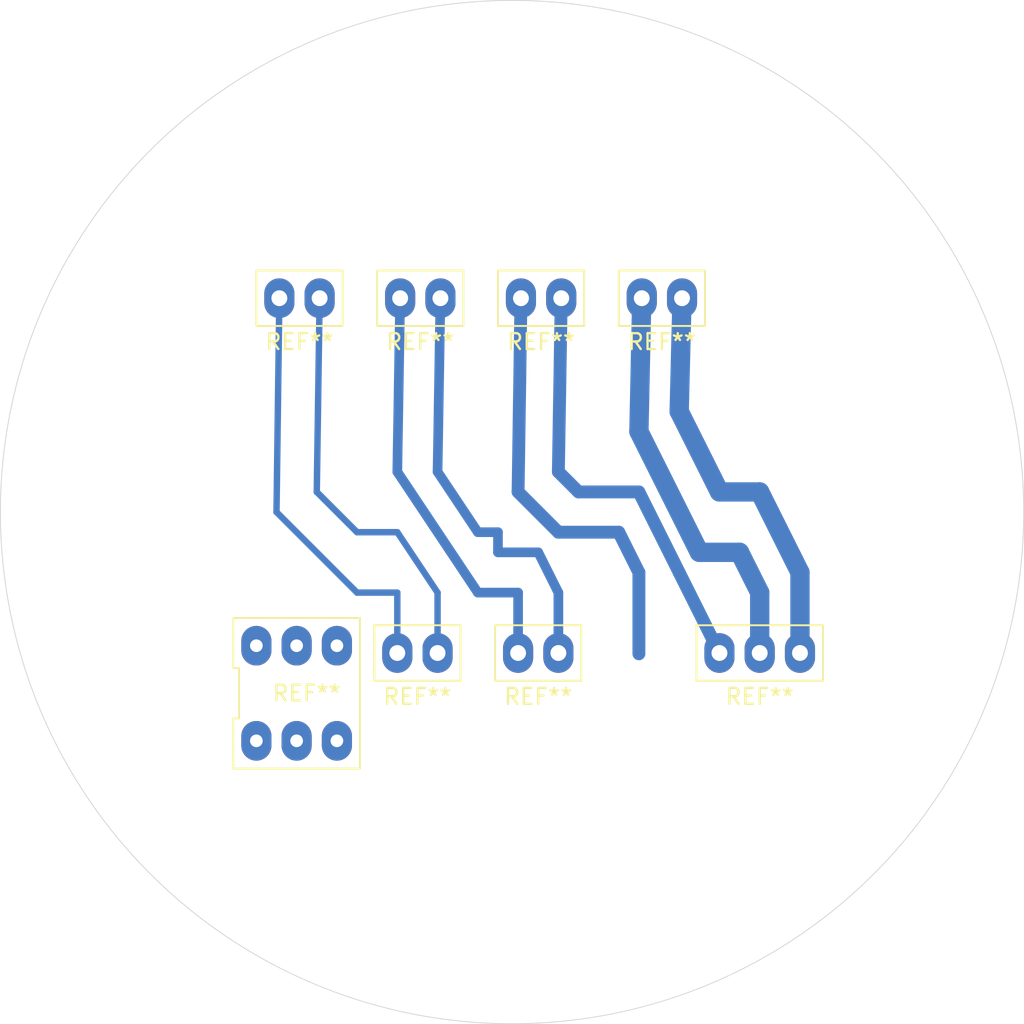
<source format=kicad_pcb>
(kicad_pcb (version 20171130) (host pcbnew "(5.1.7-0-10_14)")

  (general
    (thickness 1.6)
    (drawings 4)
    (tracks 40)
    (zones 0)
    (modules 8)
    (nets 1)
  )

  (page User 150.012 150.012)
  (layers
    (0 Top_Copper jumper)
    (31 Btm_Copper signal)
    (37 F.SilkS user hide)
    (40 Dwgs.User user)
    (41 Cmts.User user hide)
    (42 Eco1.User user hide)
    (43 Eco2.User user hide)
    (44 Edge.Cuts user)
    (45 Margin user hide)
    (46 B.CrtYd user hide)
    (47 F.CrtYd user hide)
  )

  (setup
    (last_trace_width 0.813)
    (user_trace_width 0.2032)
    (user_trace_width 0.3048)
    (user_trace_width 0.4064)
    (user_trace_width 0.6096)
    (user_trace_width 0.8128)
    (user_trace_width 1.2192)
    (trace_clearance 0.2)
    (zone_clearance 0.508)
    (zone_45_only no)
    (trace_min 0.2)
    (via_size 1)
    (via_drill 0.8)
    (via_min_size 0.8)
    (via_min_drill 0.8)
    (uvia_size 0.3)
    (uvia_drill 0.1)
    (uvias_allowed no)
    (uvia_min_size 0.2)
    (uvia_min_drill 0.1)
    (edge_width 0.05)
    (segment_width 0.2)
    (pcb_text_width 0.4)
    (pcb_text_size 3 3)
    (mod_edge_width 0.12)
    (mod_text_size 1 1)
    (mod_text_width 0.15)
    (pad_size 1.524 1.524)
    (pad_drill 0.762)
    (pad_to_mask_clearance 0.051)
    (solder_mask_min_width 0.25)
    (aux_axis_origin 0.254 -0.127)
    (visible_elements FFFFFF7F)
    (pcbplotparams
      (layerselection 0x01020_fffffffe)
      (usegerberextensions false)
      (usegerberattributes false)
      (usegerberadvancedattributes false)
      (creategerberjobfile false)
      (excludeedgelayer true)
      (linewidth 0.100000)
      (plotframeref false)
      (viasonmask false)
      (mode 1)
      (useauxorigin true)
      (hpglpennumber 1)
      (hpglpenspeed 20)
      (hpglpendiameter 15.000000)
      (psnegative false)
      (psa4output false)
      (plotreference true)
      (plotvalue true)
      (plotinvisibletext false)
      (padsonsilk false)
      (subtractmaskfromsilk false)
      (outputformat 1)
      (mirror false)
      (drillshape 0)
      (scaleselection 1)
      (outputdirectory "out/"))
  )

  (net 0 "")

  (net_class Default "This is the default net class."
    (clearance 0.2)
    (trace_width 0.813)
    (via_dia 1)
    (via_drill 0.8)
    (uvia_dia 0.3)
    (uvia_drill 0.1)
  )

  (module •My_Footprints:SIP-2 (layer Top_Copper) (tedit 5E0BA116) (tstamp 5E23E88D)
    (at 60.96 67.31)
    (fp_text reference REF** (at 0 2.75) (layer F.SilkS)
      (effects (font (size 1 1) (thickness 0.15)))
    )
    (fp_text value SIP-2 (at 0 -2.75) (layer F.Fab)
      (effects (font (size 1 1) (thickness 0.15)))
    )
    (fp_line (start -2.72 -1.75) (end 2.72 -1.75) (layer F.SilkS) (width 0.12))
    (fp_line (start 2.72 -1.75) (end 2.72 1.75) (layer F.SilkS) (width 0.12))
    (fp_line (start 2.72 1.75) (end -2.72 1.75) (layer F.SilkS) (width 0.12))
    (fp_line (start -2.72 1.75) (end -2.72 -1.75) (layer F.SilkS) (width 0.12))
    (fp_line (start -2.47 -1.5) (end 2.47 -1.5) (layer F.CrtYd) (width 0.05))
    (fp_line (start 2.47 -1.5) (end 2.47 1.5) (layer F.CrtYd) (width 0.05))
    (fp_line (start 2.47 1.5) (end -2.47 1.5) (layer F.CrtYd) (width 0.05))
    (fp_line (start -2.47 1.5) (end -2.47 -1.5) (layer F.CrtYd) (width 0.05))
    (pad 2 thru_hole oval (at 1.27 0) (size 1.9 2.5) (drill 1) (layers *.Cu *.Mask))
    (pad 1 thru_hole oval (at -1.27 0) (size 1.9 2.5) (drill 1) (layers *.Cu *.Mask))
  )

  (module •My_Footprints:SIP-2 (layer Top_Copper) (tedit 5E0BA116) (tstamp 5E23E84B)
    (at 53.34 67.31)
    (fp_text reference REF** (at 0 2.75) (layer F.SilkS)
      (effects (font (size 1 1) (thickness 0.15)))
    )
    (fp_text value SIP-2 (at 0 -2.75) (layer F.Fab)
      (effects (font (size 1 1) (thickness 0.15)))
    )
    (fp_line (start -2.72 -1.75) (end 2.72 -1.75) (layer F.SilkS) (width 0.12))
    (fp_line (start 2.72 -1.75) (end 2.72 1.75) (layer F.SilkS) (width 0.12))
    (fp_line (start 2.72 1.75) (end -2.72 1.75) (layer F.SilkS) (width 0.12))
    (fp_line (start -2.72 1.75) (end -2.72 -1.75) (layer F.SilkS) (width 0.12))
    (fp_line (start -2.47 -1.5) (end 2.47 -1.5) (layer F.CrtYd) (width 0.05))
    (fp_line (start 2.47 -1.5) (end 2.47 1.5) (layer F.CrtYd) (width 0.05))
    (fp_line (start 2.47 1.5) (end -2.47 1.5) (layer F.CrtYd) (width 0.05))
    (fp_line (start -2.47 1.5) (end -2.47 -1.5) (layer F.CrtYd) (width 0.05))
    (pad 2 thru_hole oval (at 1.27 0) (size 1.9 2.5) (drill 1) (layers *.Cu *.Mask))
    (pad 1 thru_hole oval (at -1.27 0) (size 1.9 2.5) (drill 1) (layers *.Cu *.Mask))
  )

  (module •My_Footprints:SIP-3 (layer Top_Copper) (tedit 5E0BA15A) (tstamp 5E23E7BE)
    (at 74.93 67.31)
    (fp_text reference REF** (at 0 2.75) (layer F.SilkS)
      (effects (font (size 1 1) (thickness 0.15)))
    )
    (fp_text value SIP-3 (at 0 -2.75) (layer F.Fab)
      (effects (font (size 1 1) (thickness 0.15)))
    )
    (fp_line (start -3.99 -1.75) (end 3.99 -1.75) (layer F.SilkS) (width 0.12))
    (fp_line (start 3.99 -1.75) (end 3.99 1.75) (layer F.SilkS) (width 0.12))
    (fp_line (start 3.99 1.75) (end -3.99 1.75) (layer F.SilkS) (width 0.12))
    (fp_line (start -3.99 1.75) (end -3.99 -1.75) (layer F.SilkS) (width 0.12))
    (fp_line (start -3.74 -1.5) (end 3.74 -1.5) (layer F.CrtYd) (width 0.05))
    (fp_line (start 3.74 -1.5) (end 3.74 1.5) (layer F.CrtYd) (width 0.05))
    (fp_line (start 3.74 1.5) (end -3.74 1.5) (layer F.CrtYd) (width 0.05))
    (fp_line (start -3.74 1.5) (end -3.74 -1.5) (layer F.CrtYd) (width 0.05))
    (pad 3 thru_hole oval (at 2.54 0) (size 1.9 2.5) (drill 1) (layers *.Cu *.Mask))
    (pad 2 thru_hole oval (at 0 0) (size 1.9 2.5) (drill 1) (layers *.Cu *.Mask))
    (pad 1 thru_hole oval (at -2.54 0) (size 1.9 2.5) (drill 1) (layers *.Cu *.Mask))
  )

  (module •My_Footprints:SW_DPDT_XLX (layer Top_Copper) (tedit 5E0CD44B) (tstamp 5E224F0B)
    (at 45.72 69.85)
    (fp_text reference REF** (at 0.635 0 180) (layer F.SilkS)
      (effects (font (size 1 1) (thickness 0.15)))
    )
    (fp_text value SW_DPDT_XLX (at 0 -6.985) (layer F.Fab)
      (effects (font (size 1 1) (thickness 0.15)))
    )
    (fp_line (start -3.99 4.75) (end 3.989999 4.75) (layer F.SilkS) (width 0.12))
    (fp_line (start 3.989999 4.75) (end 3.99 -4.75) (layer F.SilkS) (width 0.12))
    (fp_line (start 3.99 -4.75) (end -3.989999 -4.75) (layer F.SilkS) (width 0.12))
    (fp_line (start -3.989999 -4.75) (end -3.99 -1.583333) (layer F.SilkS) (width 0.12))
    (fp_line (start -3.99 -1.583333) (end -3.63 -1.583333) (layer F.SilkS) (width 0.12))
    (fp_line (start -3.63 -1.583333) (end -3.63 1.583333) (layer F.SilkS) (width 0.12))
    (fp_line (start -3.63 1.583333) (end -3.99 1.583333) (layer F.SilkS) (width 0.12))
    (fp_line (start -3.99 1.583333) (end -3.99 4.75) (layer F.SilkS) (width 0.12))
    (fp_line (start -3.74 -4.5) (end 3.74 -4.5) (layer F.CrtYd) (width 0.05))
    (fp_line (start 3.74 -4.5) (end 3.74 4.5) (layer F.CrtYd) (width 0.05))
    (fp_line (start 3.74 4.5) (end -3.74 4.5) (layer F.CrtYd) (width 0.05))
    (fp_line (start -3.74 4.5) (end -3.74 -4.5) (layer F.CrtYd) (width 0.05))
    (pad 3 thru_hole oval (at 2.54 3) (size 1.9 2.5) (drill 0.8) (layers *.Cu *.Mask))
    (pad 4 thru_hole oval (at 2.54 -3) (size 1.9 2.5) (drill 0.8) (layers *.Cu *.Mask))
    (pad 2 thru_hole oval (at 0 3) (size 1.9 2.5) (drill 0.8) (layers *.Cu *.Mask))
    (pad 5 thru_hole oval (at 0 -3) (size 1.9 2.5) (drill 0.8) (layers *.Cu *.Mask))
    (pad 1 thru_hole oval (at -2.54 3) (size 1.9 2.5) (drill 0.8) (layers *.Cu *.Mask))
    (pad 6 thru_hole oval (at -2.54 -3) (size 1.9 2.5) (drill 0.8) (layers *.Cu *.Mask))
  )

  (module •My_Footprints:SIP-2 (layer Top_Copper) (tedit 5E0BA116) (tstamp 5E224D09)
    (at 45.9 44.93)
    (fp_text reference REF** (at 0 2.75) (layer F.SilkS)
      (effects (font (size 1 1) (thickness 0.15)))
    )
    (fp_text value SIP-2 (at 0 -2.75) (layer F.Fab)
      (effects (font (size 1 1) (thickness 0.15)))
    )
    (fp_line (start -2.47 1.5) (end -2.47 -1.5) (layer F.CrtYd) (width 0.05))
    (fp_line (start 2.47 1.5) (end -2.47 1.5) (layer F.CrtYd) (width 0.05))
    (fp_line (start 2.47 -1.5) (end 2.47 1.5) (layer F.CrtYd) (width 0.05))
    (fp_line (start -2.47 -1.5) (end 2.47 -1.5) (layer F.CrtYd) (width 0.05))
    (fp_line (start -2.72 1.75) (end -2.72 -1.75) (layer F.SilkS) (width 0.12))
    (fp_line (start 2.72 1.75) (end -2.72 1.75) (layer F.SilkS) (width 0.12))
    (fp_line (start 2.72 -1.75) (end 2.72 1.75) (layer F.SilkS) (width 0.12))
    (fp_line (start -2.72 -1.75) (end 2.72 -1.75) (layer F.SilkS) (width 0.12))
    (pad 1 thru_hole oval (at -1.27 0) (size 1.9 2.5) (drill 1) (layers *.Cu *.Mask))
    (pad 2 thru_hole oval (at 1.27 0) (size 1.9 2.5) (drill 1) (layers *.Cu *.Mask))
  )

  (module •My_Footprints:SIP-2 (layer Top_Copper) (tedit 5E0BA116) (tstamp 5E224D09)
    (at 68.76 44.93)
    (fp_text reference REF** (at 0 2.75) (layer F.SilkS)
      (effects (font (size 1 1) (thickness 0.15)))
    )
    (fp_text value SIP-2 (at 0 -2.75) (layer F.Fab)
      (effects (font (size 1 1) (thickness 0.15)))
    )
    (fp_line (start -2.47 1.5) (end -2.47 -1.5) (layer F.CrtYd) (width 0.05))
    (fp_line (start 2.47 1.5) (end -2.47 1.5) (layer F.CrtYd) (width 0.05))
    (fp_line (start 2.47 -1.5) (end 2.47 1.5) (layer F.CrtYd) (width 0.05))
    (fp_line (start -2.47 -1.5) (end 2.47 -1.5) (layer F.CrtYd) (width 0.05))
    (fp_line (start -2.72 1.75) (end -2.72 -1.75) (layer F.SilkS) (width 0.12))
    (fp_line (start 2.72 1.75) (end -2.72 1.75) (layer F.SilkS) (width 0.12))
    (fp_line (start 2.72 -1.75) (end 2.72 1.75) (layer F.SilkS) (width 0.12))
    (fp_line (start -2.72 -1.75) (end 2.72 -1.75) (layer F.SilkS) (width 0.12))
    (pad 1 thru_hole oval (at -1.27 0) (size 1.9 2.5) (drill 1) (layers *.Cu *.Mask))
    (pad 2 thru_hole oval (at 1.27 0) (size 1.9 2.5) (drill 1) (layers *.Cu *.Mask))
  )

  (module •My_Footprints:SIP-2 (layer Top_Copper) (tedit 5E0BA116) (tstamp 5E224D09)
    (at 61.14 44.93)
    (fp_text reference REF** (at 0 2.75) (layer F.SilkS)
      (effects (font (size 1 1) (thickness 0.15)))
    )
    (fp_text value SIP-2 (at 0 -2.75) (layer F.Fab)
      (effects (font (size 1 1) (thickness 0.15)))
    )
    (fp_line (start -2.47 1.5) (end -2.47 -1.5) (layer F.CrtYd) (width 0.05))
    (fp_line (start 2.47 1.5) (end -2.47 1.5) (layer F.CrtYd) (width 0.05))
    (fp_line (start 2.47 -1.5) (end 2.47 1.5) (layer F.CrtYd) (width 0.05))
    (fp_line (start -2.47 -1.5) (end 2.47 -1.5) (layer F.CrtYd) (width 0.05))
    (fp_line (start -2.72 1.75) (end -2.72 -1.75) (layer F.SilkS) (width 0.12))
    (fp_line (start 2.72 1.75) (end -2.72 1.75) (layer F.SilkS) (width 0.12))
    (fp_line (start 2.72 -1.75) (end 2.72 1.75) (layer F.SilkS) (width 0.12))
    (fp_line (start -2.72 -1.75) (end 2.72 -1.75) (layer F.SilkS) (width 0.12))
    (pad 1 thru_hole oval (at -1.27 0) (size 1.9 2.5) (drill 1) (layers *.Cu *.Mask))
    (pad 2 thru_hole oval (at 1.27 0) (size 1.9 2.5) (drill 1) (layers *.Cu *.Mask))
  )

  (module •My_Footprints:SIP-2 (layer Top_Copper) (tedit 5E0BA116) (tstamp 5E224D09)
    (at 53.52 44.93)
    (fp_text reference REF** (at 0 2.75) (layer F.SilkS)
      (effects (font (size 1 1) (thickness 0.15)))
    )
    (fp_text value SIP-2 (at 0 -2.75) (layer F.Fab)
      (effects (font (size 1 1) (thickness 0.15)))
    )
    (fp_line (start -2.47 1.5) (end -2.47 -1.5) (layer F.CrtYd) (width 0.05))
    (fp_line (start 2.47 1.5) (end -2.47 1.5) (layer F.CrtYd) (width 0.05))
    (fp_line (start 2.47 -1.5) (end 2.47 1.5) (layer F.CrtYd) (width 0.05))
    (fp_line (start -2.47 -1.5) (end 2.47 -1.5) (layer F.CrtYd) (width 0.05))
    (fp_line (start -2.72 1.75) (end -2.72 -1.75) (layer F.SilkS) (width 0.12))
    (fp_line (start 2.72 1.75) (end -2.72 1.75) (layer F.SilkS) (width 0.12))
    (fp_line (start 2.72 -1.75) (end 2.72 1.75) (layer F.SilkS) (width 0.12))
    (fp_line (start -2.72 -1.75) (end 2.72 -1.75) (layer F.SilkS) (width 0.12))
    (pad 1 thru_hole oval (at -1.27 0) (size 1.9 2.5) (drill 1) (layers *.Cu *.Mask))
    (pad 2 thru_hole oval (at 1.27 0) (size 1.9 2.5) (drill 1) (layers *.Cu *.Mask))
  )

  (gr_circle (center 59.309 58.42) (end 81.026 82.296) (layer Edge.Cuts) (width 0.05))
  (dimension 5.08 (width 0.15) (layer Eco2.User)
    (gr_text "5.080 mm" (at 39.37 77.44) (layer Eco2.User)
      (effects (font (size 1 1) (thickness 0.15)))
    )
    (feature1 (pts (xy 41.91 80.01) (xy 41.91 78.153579)))
    (feature2 (pts (xy 36.83 80.01) (xy 36.83 78.153579)))
    (crossbar (pts (xy 36.83 78.74) (xy 41.91 78.74)))
    (arrow1a (pts (xy 41.91 78.74) (xy 40.783496 79.326421)))
    (arrow1b (pts (xy 41.91 78.74) (xy 40.783496 78.153579)))
    (arrow2a (pts (xy 36.83 78.74) (xy 37.956504 79.326421)))
    (arrow2b (pts (xy 36.83 78.74) (xy 37.956504 78.153579)))
  )
  (dimension 36.83 (width 0.15) (layer Eco2.User)
    (gr_text "36.830 mm" (at 38.070001 56.515 270) (layer Eco2.User)
      (effects (font (size 1 1) (thickness 0.15)))
    )
    (feature1 (pts (xy 40.64 74.93) (xy 38.78358 74.93)))
    (feature2 (pts (xy 40.64 38.1) (xy 38.78358 38.1)))
    (crossbar (pts (xy 39.370001 38.1) (xy 39.370001 74.93)))
    (arrow1a (pts (xy 39.370001 74.93) (xy 38.78358 73.803496)))
    (arrow1b (pts (xy 39.370001 74.93) (xy 39.956422 73.803496)))
    (arrow2a (pts (xy 39.370001 38.1) (xy 38.78358 39.226504)))
    (arrow2b (pts (xy 39.370001 38.1) (xy 39.956422 39.226504)))
  )
  (dimension 36.837739 (width 0.15) (layer Eco2.User)
    (gr_text "36.838 mm" (at 60.197502 78.651982 0.3670368552) (layer Eco2.User)
      (effects (font (size 1 1) (thickness 0.15)))
    )
    (feature1 (pts (xy 78.566983 70.883385) (xy 78.611422 77.820427)))
    (feature2 (pts (xy 41.73 71.119366) (xy 41.774439 78.056408)))
    (crossbar (pts (xy 41.770683 77.47) (xy 78.607666 77.234019)))
    (arrow1a (pts (xy 78.607666 77.234019) (xy 77.484942 77.827644)))
    (arrow1b (pts (xy 78.607666 77.234019) (xy 77.477429 76.654827)))
    (arrow2a (pts (xy 41.770683 77.47) (xy 42.90092 78.049192)))
    (arrow2b (pts (xy 41.770683 77.47) (xy 42.893407 76.876375)))
  )

  (segment (start 44.63 44.93) (end 44.45 58.42) (width 0.4064) (layer Btm_Copper) (net 0))
  (segment (start 44.45 58.42) (end 49.53 63.5) (width 0.4064) (layer Btm_Copper) (net 0))
  (segment (start 49.53 63.5) (end 52.07 63.5) (width 0.4064) (layer Btm_Copper) (net 0))
  (segment (start 47.17 44.93) (end 46.99 57.15) (width 0.4064) (layer Btm_Copper) (net 0))
  (segment (start 46.99 57.15) (end 49.53 59.69) (width 0.4064) (layer Btm_Copper) (net 0))
  (segment (start 49.53 59.69) (end 52.07 59.69) (width 0.4064) (layer Btm_Copper) (net 0))
  (segment (start 52.07 59.69) (end 54.61 63.5) (width 0.4064) (layer Btm_Copper) (net 0))
  (segment (start 52.25 44.93) (end 52.07 55.88) (width 0.6096) (layer Btm_Copper) (net 0))
  (segment (start 52.07 55.88) (end 57.15 63.5) (width 0.6096) (layer Btm_Copper) (net 0))
  (segment (start 57.15 63.5) (end 59.69 63.5) (width 0.6096) (layer Btm_Copper) (net 0))
  (segment (start 54.79 44.93) (end 54.61 55.88) (width 0.6096) (layer Btm_Copper) (net 0))
  (segment (start 54.61 55.88) (end 57.15 59.69) (width 0.6096) (layer Btm_Copper) (net 0))
  (segment (start 57.15 59.69) (end 58.42 59.69) (width 0.6096) (layer Btm_Copper) (net 0))
  (segment (start 58.42 59.69) (end 58.42 60.96) (width 0.6096) (layer Btm_Copper) (net 0))
  (segment (start 58.42 60.96) (end 60.96 60.96) (width 0.6096) (layer Btm_Copper) (net 0))
  (segment (start 60.96 60.96) (end 62.23 63.5) (width 0.6096) (layer Btm_Copper) (net 0))
  (segment (start 59.87 44.93) (end 59.69 57.15) (width 0.8128) (layer Btm_Copper) (net 0))
  (segment (start 59.69 57.15) (end 62.23 59.69) (width 0.8128) (layer Btm_Copper) (net 0))
  (segment (start 62.23 59.69) (end 66.04 59.69) (width 0.8128) (layer Btm_Copper) (net 0))
  (segment (start 66.04 59.69) (end 67.31 62.23) (width 0.8128) (layer Btm_Copper) (net 0))
  (segment (start 62.41 44.93) (end 62.23 55.88) (width 0.8128) (layer Btm_Copper) (net 0))
  (segment (start 62.23 55.88) (end 63.5 57.15) (width 0.8128) (layer Btm_Copper) (net 0))
  (segment (start 63.5 57.15) (end 67.31 57.15) (width 0.8128) (layer Btm_Copper) (net 0))
  (segment (start 67.31 57.15) (end 69.85 62.23) (width 0.8128) (layer Btm_Copper) (net 0))
  (segment (start 67.49 44.93) (end 67.31 53.34) (width 1.2192) (layer Btm_Copper) (net 0))
  (segment (start 67.31 53.34) (end 71.12 60.96) (width 1.2192) (layer Btm_Copper) (net 0))
  (segment (start 71.12 60.96) (end 73.66 60.96) (width 1.2192) (layer Btm_Copper) (net 0))
  (segment (start 73.66 60.96) (end 74.93 63.5) (width 1.2192) (layer Btm_Copper) (net 0))
  (segment (start 70.03 44.93) (end 69.85 52.07) (width 1.2192) (layer Btm_Copper) (net 0))
  (segment (start 69.85 52.07) (end 72.39 57.15) (width 1.2192) (layer Btm_Copper) (net 0))
  (segment (start 72.39 57.15) (end 74.93 57.15) (width 1.2192) (layer Btm_Copper) (net 0))
  (segment (start 74.93 57.15) (end 77.47 62.23) (width 1.2192) (layer Btm_Copper) (net 0))
  (segment (start 52.07 63.5) (end 52.07 67.36) (width 0.4064) (layer Btm_Copper) (net 0))
  (segment (start 54.61 63.5) (end 54.61 67.36) (width 0.4064) (layer Btm_Copper) (net 0))
  (segment (start 59.69 63.5) (end 59.69 67.36) (width 0.6096) (layer Btm_Copper) (net 0))
  (segment (start 62.23 63.5) (end 62.23 67.36) (width 0.6096) (layer Btm_Copper) (net 0))
  (segment (start 67.31 62.23) (end 67.31 67.36) (width 0.8128) (layer Btm_Copper) (net 0))
  (segment (start 74.93 63.5) (end 74.93 67.31) (width 1.2192) (layer Btm_Copper) (net 0))
  (segment (start 77.47 62.23) (end 77.47 67.31) (width 1.2192) (layer Btm_Copper) (net 0))
  (segment (start 69.85 62.23) (end 72.39 67.31) (width 0.8128) (layer Btm_Copper) (net 0))

)

</source>
